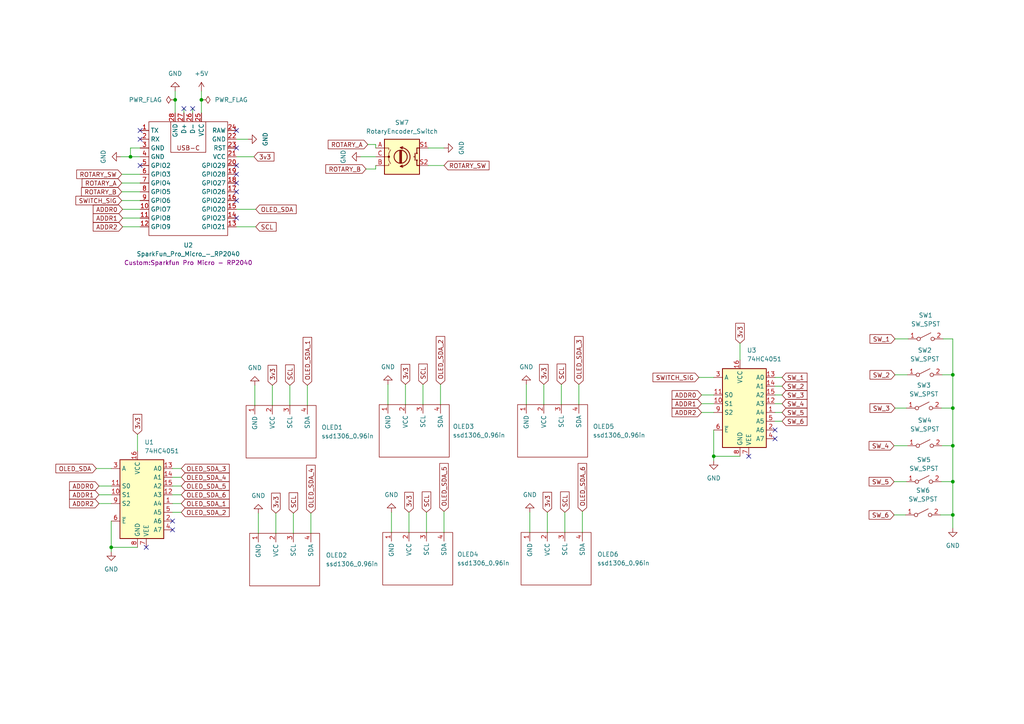
<source format=kicad_sch>
(kicad_sch (version 20211123) (generator eeschema)
  (paper "A4")
  (lib_symbols
    (symbol "74xx:74HC4051"
      (property "Reference" "U" (at -5.08 11.43 0))
      (property "Value" "74HC4051" (at -7.62 -13.97 0))
      (symbol "74HC4051_0_1"
        (rectangle (start -5.08 10.16) (end 7.62 -12.7) (stroke (width 0.254)) (fill (type background)))
      )
      (symbol "74HC4051_1_1"
        (pin passive line (at 10.16 -2.54 180) (length 2.54) (name "A4") (number "1"))
        (pin input line (at -7.62 0 0) (length 2.54) (name "S1") (number "10"))
        (pin input line (at -7.62 2.54 0) (length 2.54) (name "S0") (number "11"))
        (pin passive line (at 10.16 0 180) (length 2.54) (name "A3") (number "12"))
        (pin passive line (at 10.16 7.62 180) (length 2.54) (name "A0") (number "13"))
        (pin passive line (at 10.16 5.08 180) (length 2.54) (name "A1") (number "14"))
        (pin passive line (at 10.16 2.54 180) (length 2.54) (name "A2") (number "15"))
        (pin power_in line (at 0 12.7 270) (length 2.54) (name "VCC") (number "16"))
        (pin passive line (at 10.16 -7.62 180) (length 2.54) (name "A6") (number "2"))
        (pin passive line (at -7.62 7.62 0) (length 2.54) (name "A") (number "3"))
        (pin passive line (at 10.16 -10.16 180) (length 2.54) (name "A7") (number "4"))
        (pin passive line (at 10.16 -5.08 180) (length 2.54) (name "A5") (number "5"))
        (pin input line (at -7.62 -7.62 0) (length 2.54) (name "~{E}") (number "6"))
        (pin power_in line (at 2.54 -15.24 90) (length 2.54) (name "VEE") (number "7"))
        (pin power_in line (at 0 -15.24 90) (length 2.54) (name "GND") (number "8"))
        (pin input line (at -7.62 -2.54 0) (length 2.54) (name "S2") (number "9"))
      )
    )
    (symbol "Custom Library:SparkFun_Pro_Micro_-_RP2040"
      (property "Reference" "U" (at 0 26.67 0))
      (property "Value" "SparkFun_Pro_Micro_-_RP2040" (at 0 29.21 0))
      (property "Footprint" "Custom:Sparkfun Pro Micro - RP2040" (at 0 26.67 0))
      (symbol "SparkFun_Pro_Micro_-_RP2040_0_0"
        (text "USB-C" (at 0 8.89 0) (effects (font (size 1.27 1.27))))
      )
      (symbol "SparkFun_Pro_Micro_-_RP2040_0_1"
        (rectangle (start -11.43 16.51) (end 11.43 -16.51))
        (rectangle (start -5.08 16.51) (end 5.08 7.62))
      )
      (symbol "SparkFun_Pro_Micro_-_RP2040_1_1"
        (pin bidirectional line (at -13.97 13.97 0) (length 2.54) (name "TX") (number "1"))
        (pin bidirectional line (at -13.97 -8.89 0) (length 2.54) (name "GPIO7") (number "10"))
        (pin bidirectional line (at -13.97 -11.43 0) (length 2.54) (name "GPIO8") (number "11"))
        (pin bidirectional line (at -13.97 -13.97 0) (length 2.54) (name "GPIO9") (number "12"))
        (pin bidirectional line (at 13.97 -13.97 180) (length 2.54) (name "GPIO21") (number "13"))
        (pin bidirectional line (at 13.97 -11.43 180) (length 2.54) (name "GPIO23") (number "14"))
        (pin bidirectional line (at 13.97 -8.89 180) (length 2.54) (name "GPIO20") (number "15"))
        (pin bidirectional line (at 13.97 -6.35 180) (length 2.54) (name "GPIO22") (number "16"))
        (pin bidirectional line (at 13.97 -3.81 180) (length 2.54) (name "GPIO26") (number "17"))
        (pin bidirectional line (at 13.97 -1.27 180) (length 2.54) (name "GPIO27") (number "18"))
        (pin bidirectional line (at 13.97 1.27 180) (length 2.54) (name "GPIO28") (number "19"))
        (pin bidirectional line (at -13.97 11.43 0) (length 2.54) (name "RX") (number "2"))
        (pin bidirectional line (at 13.97 3.81 180) (length 2.54) (name "GPIO29") (number "20"))
        (pin power_out line (at 13.97 6.35 180) (length 2.54) (name "VCC") (number "21"))
        (pin power_in line (at 13.97 11.43 180) (length 2.54) (name "GND") (number "22"))
        (pin input line (at 13.97 8.89 180) (length 2.54) (name "RST") (number "23"))
        (pin power_out line (at 13.97 13.97 180) (length 2.54) (name "RAW") (number "24"))
        (pin power_in line (at 3.81 19.05 270) (length 2.54) (name "VCC") (number "25"))
        (pin input line (at 1.27 19.05 270) (length 2.54) (name "D-") (number "26"))
        (pin input line (at -1.27 19.05 270) (length 2.54) (name "D+") (number "27"))
        (pin power_in line (at -3.81 19.05 270) (length 2.54) (name "GND") (number "28"))
        (pin power_in line (at -13.97 8.89 0) (length 2.54) (name "GND") (number "3"))
        (pin power_in line (at -13.97 6.35 0) (length 2.54) (name "GND") (number "4"))
        (pin bidirectional line (at -13.97 3.81 0) (length 2.54) (name "GPIO2") (number "5"))
        (pin bidirectional line (at -13.97 1.27 0) (length 2.54) (name "GPIO3") (number "6"))
        (pin bidirectional line (at -13.97 -1.27 0) (length 2.54) (name "GPIO4") (number "7"))
        (pin bidirectional line (at -13.97 -3.81 0) (length 2.54) (name "GPIO5") (number "8"))
        (pin bidirectional line (at -13.97 -6.35 0) (length 2.54) (name "GPIO6") (number "9"))
      )
    )
    (symbol "Custom Library:ssd1306_0.96in"
      (property "Reference" "U" (at 10.16 -10.16 0))
      (property "Value" "ssd1306_0.96in" (at 10.16 -13.97 0))
      (symbol "ssd1306_0.96in_0_1"
        (rectangle (start 0 0) (end 20.32 -15.24))
      )
      (symbol "ssd1306_0.96in_1_1"
        (pin input line (at 2.54 0 270) (length 2.54) (name "GND") (number "1"))
        (pin input line (at 7.62 0 270) (length 2.54) (name "VCC") (number "2"))
        (pin input line (at 12.7 0 270) (length 2.54) (name "SCL") (number "3"))
        (pin input line (at 17.78 0 270) (length 2.54) (name "SDA") (number "4"))
      )
    )
    (symbol "Device:RotaryEncoder_Switch" (pin_names (offset 0.254) hide)
      (property "Reference" "SW" (at 0 6.604 0))
      (property "Value" "RotaryEncoder_Switch" (at 0 -6.604 0))
      (symbol "RotaryEncoder_Switch_0_1"
        (rectangle (start -5.08 5.08) (end 5.08 -5.08) (stroke (width 0.254)) (fill (type background)))
        (circle (center -3.81 0) (radius 0.254) (fill (type outline)))
        (arc (start -0.381 -2.794) (mid 2.3622 -0.0508) (end -0.381 2.667) (stroke (width 0.254)))
        (circle (center -0.381 0) (radius 1.905) (stroke (width 0.254)))
        (polyline (pts (xy -0.635 -1.778) (xy -0.635 1.778)) (stroke (width 0.254)))
        (polyline (pts (xy -0.381 -1.778) (xy -0.381 1.778)) (stroke (width 0.254)))
        (polyline (pts (xy -0.127 1.778) (xy -0.127 -1.778)) (stroke (width 0.254)))
        (polyline (pts (xy 3.81 0) (xy 3.429 0)) (stroke (width 0.254)))
        (polyline (pts (xy 3.81 1.016) (xy 3.81 -1.016)) (stroke (width 0.254)))
        (polyline (pts (xy -5.08 -2.54) (xy -3.81 -2.54) (xy -3.81 -2.032)))
        (polyline (pts (xy -5.08 2.54) (xy -3.81 2.54) (xy -3.81 2.032)))
        (polyline (pts (xy 0.254 -3.048) (xy -0.508 -2.794) (xy 0.127 -2.413)) (stroke (width 0.254)))
        (polyline (pts (xy 0.254 2.921) (xy -0.508 2.667) (xy 0.127 2.286)) (stroke (width 0.254)))
        (polyline (pts (xy 5.08 -2.54) (xy 4.318 -2.54) (xy 4.318 -1.016)) (stroke (width 0.254)))
        (polyline (pts (xy 5.08 2.54) (xy 4.318 2.54) (xy 4.318 1.016)) (stroke (width 0.254)))
        (polyline (pts (xy -5.08 0) (xy -3.81 0) (xy -3.81 -1.016) (xy -3.302 -2.032)))
        (polyline (pts (xy -4.318 0) (xy -3.81 0) (xy -3.81 1.016) (xy -3.302 2.032)))
        (circle (center 4.318 -1.016) (radius 0.127) (stroke (width 0.254)))
        (circle (center 4.318 1.016) (radius 0.127) (stroke (width 0.254)))
      )
      (symbol "RotaryEncoder_Switch_1_1"
        (pin passive line (at -7.62 2.54 0) (length 2.54) (name "A") (number "A"))
        (pin passive line (at -7.62 -2.54 0) (length 2.54) (name "B") (number "B"))
        (pin passive line (at -7.62 0 0) (length 2.54) (name "C") (number "C"))
        (pin passive line (at 7.62 2.54 180) (length 2.54) (name "S1") (number "S1"))
        (pin passive line (at 7.62 -2.54 180) (length 2.54) (name "S2") (number "S2"))
      )
    )
    (symbol "Switch:SW_SPST" (pin_names (offset 0) hide)
      (property "Reference" "SW" (at 0 3.175 0))
      (property "Value" "SW_SPST" (at 0 -2.54 0))
      (symbol "SW_SPST_0_0"
        (circle (center -2.032 0) (radius 0.508))
        (polyline (pts (xy -1.524 0.254) (xy 1.524 1.778)))
        (circle (center 2.032 0) (radius 0.508))
      )
      (symbol "SW_SPST_1_1"
        (pin passive line (at -5.08 0 0) (length 2.54) (name "A") (number "1"))
        (pin passive line (at 5.08 0 180) (length 2.54) (name "B") (number "2"))
      )
    )
    (symbol "power:+5V" (power) (pin_names (offset 0))
      (property "Value" "+5V" (at 0 3.556 0))
      (symbol "+5V_0_1"
        (polyline (pts (xy -0.762 1.27) (xy 0 2.54)))
        (polyline (pts (xy 0 0) (xy 0 2.54)))
        (polyline (pts (xy 0 2.54) (xy 0.762 1.27)))
      )
      (symbol "+5V_1_1"
        (pin power_in line (at 0 0 90) (length 0) hide (name "+5V") (number "1"))
      )
    )
    (symbol "power:GND" (power) (pin_names (offset 0))
      (property "Value" "GND" (at 0 -3.81 0))
      (symbol "GND_0_1"
        (polyline (pts (xy 0 0) (xy 0 -1.27) (xy 1.27 -1.27) (xy 0 -2.54) (xy -1.27 -1.27) (xy 0 -1.27)))
      )
      (symbol "GND_1_1"
        (pin power_in line (at 0 0 270) (length 0) hide (name "GND") (number "1"))
      )
    )
    (symbol "power:PWR_FLAG" (power) (pin_numbers hide) (pin_names (offset 0) hide)
      (property "Value" "PWR_FLAG" (at 0 3.81 0))
      (symbol "PWR_FLAG_0_0"
        (pin power_out line (at 0 0 90) (length 0) (name "pwr") (number "1"))
      )
      (symbol "PWR_FLAG_0_1"
        (polyline (pts (xy 0 0) (xy 0 1.27) (xy -1.016 1.905) (xy 0 2.54) (xy 1.016 1.905) (xy 0 1.27)))
      )
    )
  )
  (junction (at 207.01 132.334))
  (junction (at 276.352 108.712))
  (junction (at 58.42 28.956))
  (junction (at 276.352 139.7))
  (junction (at 276.352 129.286))
  (junction (at 50.8 28.956))
  (junction (at 32.258 158.75))
  (junction (at 37.846 45.466))
  (junction (at 276.352 118.364))
  (junction (at 276.352 149.352))
  (no_connect (at 68.58 58.166))
  (no_connect (at 217.17 132.334))
  (no_connect (at 55.88 31.496))
  (no_connect (at 40.64 40.386))
  (no_connect (at 50.038 151.13))
  (no_connect (at 40.64 48.006))
  (no_connect (at 50.038 153.67))
  (no_connect (at 53.34 31.496))
  (no_connect (at 224.79 124.714))
  (no_connect (at 68.58 55.626))
  (no_connect (at 68.58 42.926))
  (no_connect (at 68.58 37.846))
  (no_connect (at 224.79 127.254))
  (no_connect (at 68.58 53.086))
  (no_connect (at 40.64 37.846))
  (no_connect (at 42.418 158.75))
  (no_connect (at 68.58 63.246))
  (no_connect (at 68.58 50.546))
  (no_connect (at 68.58 48.006))
  (wire (pts (xy 224.79 122.174) (xy 226.822 122.174)))
  (wire (pts (xy 259.588 98.298) (xy 263.398 98.298)))
  (wire (pts (xy 273.05 139.7) (xy 276.352 139.7)))
  (wire (pts (xy 108.966 42.926) (xy 108.966 41.91)))
  (wire (pts (xy 35.306 55.626) (xy 40.64 55.626)))
  (wire (pts (xy 28.702 143.51) (xy 32.258 143.51)))
  (wire (pts (xy 68.58 40.386) (xy 71.882 40.386)))
  (wire (pts (xy 84.074 111.76) (xy 84.074 117.602)))
  (wire (pts (xy 50.038 148.59) (xy 52.578 148.59)))
  (wire (pts (xy 207.01 124.714) (xy 207.01 132.334)))
  (wire (pts (xy 273.304 129.286) (xy 276.352 129.286)))
  (wire (pts (xy 80.01 148.844) (xy 80.01 154.686)))
  (wire (pts (xy 203.454 114.554) (xy 207.01 114.554)))
  (wire (pts (xy 224.79 114.554) (xy 226.822 114.554)))
  (wire (pts (xy 259.334 139.7) (xy 262.89 139.7)))
  (wire (pts (xy 224.79 117.094) (xy 226.822 117.094)))
  (wire (pts (xy 273.558 98.298) (xy 276.352 98.298)))
  (wire (pts (xy 50.038 135.89) (xy 52.578 135.89)))
  (wire (pts (xy 74.93 148.844) (xy 74.93 154.686)))
  (wire (pts (xy 55.88 31.496) (xy 55.88 32.766)))
  (wire (pts (xy 272.796 149.352) (xy 276.352 149.352)))
  (wire (pts (xy 276.352 149.352) (xy 276.352 153.162)))
  (wire (pts (xy 259.334 129.286) (xy 263.144 129.286)))
  (wire (pts (xy 68.58 60.706) (xy 74.168 60.706)))
  (wire (pts (xy 35.56 63.246) (xy 40.64 63.246)))
  (wire (pts (xy 50.8 28.956) (xy 50.8 32.766)))
  (wire (pts (xy 50.038 140.97) (xy 52.578 140.97)))
  (wire (pts (xy 27.94 135.89) (xy 32.258 135.89)))
  (wire (pts (xy 37.846 45.466) (xy 40.64 45.466)))
  (wire (pts (xy 157.734 111.506) (xy 157.734 117.348)))
  (wire (pts (xy 117.602 111.506) (xy 117.602 117.348)))
  (wire (pts (xy 112.522 111.506) (xy 112.522 117.348)))
  (wire (pts (xy 276.352 129.286) (xy 276.352 139.7)))
  (wire (pts (xy 35.306 53.086) (xy 40.64 53.086)))
  (wire (pts (xy 32.258 158.75) (xy 32.258 160.02)))
  (wire (pts (xy 35.052 45.466) (xy 37.846 45.466)))
  (wire (pts (xy 50.038 138.43) (xy 52.578 138.43)))
  (wire (pts (xy 90.17 148.844) (xy 90.17 154.686)))
  (wire (pts (xy 118.618 148.59) (xy 118.618 154.432)))
  (wire (pts (xy 85.09 148.844) (xy 85.09 154.686)))
  (wire (pts (xy 162.814 111.506) (xy 162.814 117.348)))
  (wire (pts (xy 276.352 108.712) (xy 276.352 118.364)))
  (wire (pts (xy 68.58 65.786) (xy 74.168 65.786)))
  (wire (pts (xy 167.894 111.506) (xy 167.894 117.348)))
  (wire (pts (xy 153.67 148.59) (xy 153.67 154.432)))
  (wire (pts (xy 124.206 42.926) (xy 128.778 42.926)))
  (wire (pts (xy 224.79 112.014) (xy 226.822 112.014)))
  (wire (pts (xy 152.654 111.506) (xy 152.654 117.348)))
  (wire (pts (xy 39.878 158.75) (xy 32.258 158.75)))
  (wire (pts (xy 106.172 49.022) (xy 108.966 49.022)))
  (wire (pts (xy 35.306 58.166) (xy 40.64 58.166)))
  (wire (pts (xy 163.83 148.59) (xy 163.83 154.432)))
  (wire (pts (xy 37.846 42.926) (xy 37.846 45.466)))
  (wire (pts (xy 202.692 109.474) (xy 207.01 109.474)))
  (wire (pts (xy 68.58 45.466) (xy 73.66 45.466)))
  (wire (pts (xy 35.306 50.546) (xy 40.64 50.546)))
  (wire (pts (xy 124.206 48.006) (xy 128.778 48.006)))
  (wire (pts (xy 35.56 65.786) (xy 40.64 65.786)))
  (wire (pts (xy 203.454 119.634) (xy 207.01 119.634)))
  (wire (pts (xy 32.258 151.13) (xy 32.258 158.75)))
  (wire (pts (xy 168.91 148.336) (xy 168.91 154.432)))
  (wire (pts (xy 108.966 41.91) (xy 106.68 41.91)))
  (wire (pts (xy 28.702 140.97) (xy 32.258 140.97)))
  (wire (pts (xy 127.762 111.506) (xy 127.762 117.348)))
  (wire (pts (xy 259.588 108.712) (xy 263.144 108.712)))
  (wire (pts (xy 50.038 143.51) (xy 52.578 143.51)))
  (wire (pts (xy 53.34 31.496) (xy 53.34 32.766)))
  (wire (pts (xy 259.588 118.364) (xy 262.89 118.364)))
  (wire (pts (xy 58.42 26.416) (xy 58.42 28.956)))
  (wire (pts (xy 35.56 60.706) (xy 40.64 60.706)))
  (wire (pts (xy 73.914 111.76) (xy 73.914 117.602)))
  (wire (pts (xy 39.878 125.984) (xy 39.878 130.81)))
  (wire (pts (xy 276.352 118.364) (xy 276.352 129.286)))
  (wire (pts (xy 276.352 98.298) (xy 276.352 108.712)))
  (wire (pts (xy 224.79 119.634) (xy 226.822 119.634)))
  (wire (pts (xy 276.352 139.7) (xy 276.352 149.352)))
  (wire (pts (xy 28.702 146.05) (xy 32.258 146.05)))
  (wire (pts (xy 273.05 118.364) (xy 276.352 118.364)))
  (wire (pts (xy 259.334 149.352) (xy 262.636 149.352)))
  (wire (pts (xy 58.42 28.956) (xy 58.42 32.766)))
  (wire (pts (xy 78.994 111.76) (xy 78.994 117.602)))
  (wire (pts (xy 122.682 111.506) (xy 122.682 117.348)))
  (wire (pts (xy 108.966 49.022) (xy 108.966 48.006)))
  (wire (pts (xy 214.63 132.334) (xy 207.01 132.334)))
  (wire (pts (xy 273.304 108.712) (xy 276.352 108.712)))
  (wire (pts (xy 158.75 148.59) (xy 158.75 154.432)))
  (wire (pts (xy 113.538 148.59) (xy 113.538 154.432)))
  (wire (pts (xy 50.8 26.416) (xy 50.8 28.956)))
  (wire (pts (xy 104.648 45.466) (xy 108.966 45.466)))
  (wire (pts (xy 224.79 109.474) (xy 226.822 109.474)))
  (wire (pts (xy 128.778 148.336) (xy 128.778 154.432)))
  (wire (pts (xy 40.64 42.926) (xy 37.846 42.926)))
  (wire (pts (xy 203.454 117.094) (xy 207.01 117.094)))
  (wire (pts (xy 50.038 146.05) (xy 52.578 146.05)))
  (wire (pts (xy 214.63 99.568) (xy 214.63 104.394)))
  (wire (pts (xy 207.01 132.334) (xy 207.01 133.604)))
  (wire (pts (xy 89.154 111.76) (xy 89.154 117.602)))
  (wire (pts (xy 123.698 148.59) (xy 123.698 154.432)))
  (global_label "3v3" (shape input) (at 80.01 148.844 90) (property "Intersheet References" "${INTERSHEET_REFS}" (effects hide)))
  (global_label "SW_1" (shape input) (at 259.588 98.298 180) (property "Intersheet References" "${INTERSHEET_REFS}" (effects hide)))
  (global_label "3v3" (shape input) (at 157.734 111.506 90) (property "Intersheet References" "${INTERSHEET_REFS}" (effects hide)))
  (global_label "3v3" (shape input) (at 73.66 45.466 0) (property "Intersheet References" "${INTERSHEET_REFS}" (effects hide)))
  (global_label "3v3" (shape input) (at 214.63 99.568 90) (property "Intersheet References" "${INTERSHEET_REFS}" (effects hide)))
  (global_label "SW_5" (shape input) (at 226.822 119.634 0) (property "Intersheet References" "${INTERSHEET_REFS}" (effects hide)))
  (global_label "ADDR0" (shape input) (at 28.702 140.97 180) (property "Intersheet References" "${INTERSHEET_REFS}" (effects hide)))
  (global_label "OLED_SDA_6" (shape input) (at 52.578 143.51 0) (property "Intersheet References" "${INTERSHEET_REFS}" (effects hide)))
  (global_label "OLED_SDA_5" (shape input) (at 128.778 148.336 90) (property "Intersheet References" "${INTERSHEET_REFS}" (effects hide)))
  (global_label "SCL" (shape input) (at 74.168 65.786 0) (property "Intersheet References" "${INTERSHEET_REFS}" (effects hide)))
  (global_label "3v3" (shape input) (at 39.878 125.984 90) (property "Intersheet References" "${INTERSHEET_REFS}" (effects hide)))
  (global_label "SW_5" (shape input) (at 259.334 139.7 180) (property "Intersheet References" "${INTERSHEET_REFS}" (effects hide)))
  (global_label "SCL" (shape input) (at 122.682 111.506 90) (property "Intersheet References" "${INTERSHEET_REFS}" (effects hide)))
  (global_label "SCL" (shape input) (at 162.814 111.506 90) (property "Intersheet References" "${INTERSHEET_REFS}" (effects hide)))
  (global_label "OLED_SDA_4" (shape input) (at 52.578 138.43 0) (property "Intersheet References" "${INTERSHEET_REFS}" (effects hide)))
  (global_label "SCL" (shape input) (at 84.074 111.76 90) (property "Intersheet References" "${INTERSHEET_REFS}" (effects hide)))
  (global_label "SCL" (shape input) (at 85.09 148.844 90) (property "Intersheet References" "${INTERSHEET_REFS}" (effects hide)))
  (global_label "ROTARY_SW" (shape input) (at 35.306 50.546 180) (property "Intersheet References" "${INTERSHEET_REFS}" (effects hide)))
  (global_label "SW_3" (shape input) (at 226.822 114.554 0) (property "Intersheet References" "${INTERSHEET_REFS}" (effects hide)))
  (global_label "SW_4" (shape input) (at 226.822 117.094 0) (property "Intersheet References" "${INTERSHEET_REFS}" (effects hide)))
  (global_label "3v3" (shape input) (at 78.994 111.76 90) (property "Intersheet References" "${INTERSHEET_REFS}" (effects hide)))
  (global_label "SCL" (shape input) (at 163.83 148.59 90) (property "Intersheet References" "${INTERSHEET_REFS}" (effects hide)))
  (global_label "OLED_SDA_3" (shape input) (at 52.578 135.89 0) (property "Intersheet References" "${INTERSHEET_REFS}" (effects hide)))
  (global_label "ROTARY_A" (shape input) (at 35.306 53.086 180) (property "Intersheet References" "${INTERSHEET_REFS}" (effects hide)))
  (global_label "ADDR2" (shape input) (at 203.454 119.634 180) (property "Intersheet References" "${INTERSHEET_REFS}" (effects hide)))
  (global_label "SW_2" (shape input) (at 226.822 112.014 0) (property "Intersheet References" "${INTERSHEET_REFS}" (effects hide)))
  (global_label "OLED_SDA_3" (shape input) (at 167.894 111.506 90) (property "Intersheet References" "${INTERSHEET_REFS}" (effects hide)))
  (global_label "3v3" (shape input) (at 118.618 148.59 90) (property "Intersheet References" "${INTERSHEET_REFS}" (effects hide)))
  (global_label "ROTARY_SW" (shape input) (at 128.778 48.006 0) (property "Intersheet References" "${INTERSHEET_REFS}" (effects hide)))
  (global_label "ADDR0" (shape input) (at 35.56 60.706 180) (property "Intersheet References" "${INTERSHEET_REFS}" (effects hide)))
  (global_label "OLED_SDA" (shape input) (at 27.94 135.89 180) (property "Intersheet References" "${INTERSHEET_REFS}" (effects hide)))
  (global_label "SWITCH_SIG" (shape input) (at 35.306 58.166 180) (property "Intersheet References" "${INTERSHEET_REFS}" (effects hide)))
  (global_label "OLED_SDA_6" (shape input) (at 168.91 148.336 90) (property "Intersheet References" "${INTERSHEET_REFS}" (effects hide)))
  (global_label "ADDR0" (shape input) (at 203.454 114.554 180) (property "Intersheet References" "${INTERSHEET_REFS}" (effects hide)))
  (global_label "ROTARY_B" (shape input) (at 106.172 49.022 180) (property "Intersheet References" "${INTERSHEET_REFS}" (effects hide)))
  (global_label "ADDR1" (shape input) (at 203.454 117.094 180) (property "Intersheet References" "${INTERSHEET_REFS}" (effects hide)))
  (global_label "OLED_SDA_2" (shape input) (at 52.578 148.59 0) (property "Intersheet References" "${INTERSHEET_REFS}" (effects hide)))
  (global_label "ADDR2" (shape input) (at 28.702 146.05 180) (property "Intersheet References" "${INTERSHEET_REFS}" (effects hide)))
  (global_label "SW_1" (shape input) (at 226.822 109.474 0) (property "Intersheet References" "${INTERSHEET_REFS}" (effects hide)))
  (global_label "OLED_SDA_4" (shape input) (at 90.17 148.844 90) (property "Intersheet References" "${INTERSHEET_REFS}" (effects hide)))
  (global_label "SW_3" (shape input) (at 259.588 118.364 180) (property "Intersheet References" "${INTERSHEET_REFS}" (effects hide)))
  (global_label "OLED_SDA_1" (shape input) (at 52.578 146.05 0) (property "Intersheet References" "${INTERSHEET_REFS}" (effects hide)))
  (global_label "OLED_SDA_2" (shape input) (at 127.762 111.506 90) (property "Intersheet References" "${INTERSHEET_REFS}" (effects hide)))
  (global_label "ADDR1" (shape input) (at 35.56 63.246 180) (property "Intersheet References" "${INTERSHEET_REFS}" (effects hide)))
  (global_label "SW_4" (shape input) (at 259.334 129.286 180) (property "Intersheet References" "${INTERSHEET_REFS}" (effects hide)))
  (global_label "ADDR1" (shape input) (at 28.702 143.51 180) (property "Intersheet References" "${INTERSHEET_REFS}" (effects hide)))
  (global_label "SW_2" (shape input) (at 259.588 108.712 180) (property "Intersheet References" "${INTERSHEET_REFS}" (effects hide)))
  (global_label "SWITCH_SIG" (shape input) (at 202.692 109.474 180) (property "Intersheet References" "${INTERSHEET_REFS}" (effects hide)))
  (global_label "OLED_SDA_5" (shape input) (at 52.578 140.97 0) (property "Intersheet References" "${INTERSHEET_REFS}" (effects hide)))
  (global_label "3v3" (shape input) (at 158.75 148.59 90) (property "Intersheet References" "${INTERSHEET_REFS}" (effects hide)))
  (global_label "ROTARY_A" (shape input) (at 106.68 41.91 180) (property "Intersheet References" "${INTERSHEET_REFS}" (effects hide)))
  (global_label "3v3" (shape input) (at 117.602 111.506 90) (property "Intersheet References" "${INTERSHEET_REFS}" (effects hide)))
  (global_label "OLED_SDA_1" (shape input) (at 89.154 111.76 90) (property "Intersheet References" "${INTERSHEET_REFS}" (effects hide)))
  (global_label "ADDR2" (shape input) (at 35.56 65.786 180) (property "Intersheet References" "${INTERSHEET_REFS}" (effects hide)))
  (global_label "SW_6" (shape input) (at 259.334 149.352 180) (property "Intersheet References" "${INTERSHEET_REFS}" (effects hide)))
  (global_label "SCL" (shape input) (at 123.698 148.59 90) (property "Intersheet References" "${INTERSHEET_REFS}" (effects hide)))
  (global_label "OLED_SDA" (shape input) (at 74.168 60.706 0) (property "Intersheet References" "${INTERSHEET_REFS}" (effects hide)))
  (global_label "ROTARY_B" (shape input) (at 35.306 55.626 180) (property "Intersheet References" "${INTERSHEET_REFS}" (effects hide)))
  (global_label "SW_6" (shape input) (at 226.822 122.174 0) (property "Intersheet References" "${INTERSHEET_REFS}" (effects hide)))
  (symbol (lib_id "power:GND") (at 128.778 42.926 90) (unit 1)
    (property "Reference" "#PWR0115" (effects hide))
    (property "Value" "GND" (at 133.858 42.926 0))
  )
  (symbol (lib_id "power:GND") (at 276.352 153.162 0) (unit 1)
    (property "Reference" "#PWR0109" (effects hide))
    (property "Value" "GND" (at 276.352 158.242 0))
  )
  (symbol (lib_id "power:GND") (at 50.8 26.416 180) (unit 1)
    (property "Reference" "#PWR0111" (effects hide))
    (property "Value" "GND" (at 50.8 21.336 0))
  )
  (symbol (lib_id "Custom Library:SparkFun_Pro_Micro_-_RP2040") (at 54.61 51.816 0) (unit 1)
    (property "Reference" "U2" (at 54.61 71.12 0))
    (property "Value" "SparkFun_Pro_Micro_-_RP2040" (at 54.61 73.66 0))
    (property "Footprint" "Custom:Sparkfun Pro Micro - RP2040" (at 54.61 76.2 0))
  )
  (symbol (lib_id "power:PWR_FLAG") (at 50.8 28.956 90) (unit 1)
    (property "Reference" "#FLG0101" (effects hide))
    (property "Value" "PWR_FLAG" (at 46.99 28.9559 90) (effects (justify left)))
  )
  (symbol (lib_id "power:GND") (at 32.258 160.02 0) (unit 1)
    (property "Reference" "#PWR0101" (effects hide))
    (property "Value" "GND" (at 32.258 165.1 0))
  )
  (symbol (lib_id "power:GND") (at 74.93 148.844 180) (unit 1)
    (property "Reference" "#PWR0102" (effects hide))
    (property "Value" "GND" (at 74.93 143.764 0))
  )
  (symbol (lib_id "Switch:SW_SPST") (at 268.224 129.286 0) (unit 1)
    (property "Reference" "SW4" (at 268.224 121.92 0))
    (property "Value" "SW_SPST" (at 268.224 124.46 0))
    (property "Footprint" "Button_Switch_THT:SW_PUSH_6mm_H4.3mm" (effects hide))
  )
  (symbol (lib_id "power:GND") (at 35.052 45.466 270) (unit 1)
    (property "Reference" "#PWR0110" (effects hide))
    (property "Value" "GND" (at 29.972 45.466 0))
  )
  (symbol (lib_id "Custom Library:ssd1306_0.96in") (at 151.13 154.432 0) (unit 1)
    (property "Reference" "OLED6" (at 173.228 160.7819 0) (effects (justify left)))
    (property "Value" "ssd1306_0.96in" (at 173.228 163.3219 0) (effects (justify left)))
    (property "Footprint" "Custom:SSD1306_0.96in" (effects hide))
  )
  (symbol (lib_id "Switch:SW_SPST") (at 267.716 149.352 0) (unit 1)
    (property "Reference" "SW6" (at 267.716 142.24 0))
    (property "Value" "SW_SPST" (at 267.716 144.78 0))
    (property "Footprint" "Button_Switch_THT:SW_PUSH_6mm_H4.3mm" (effects hide))
  )
  (symbol (lib_id "power:+5V") (at 58.42 26.416 0) (unit 1)
    (property "Reference" "#PWR0112" (effects hide))
    (property "Value" "+5V" (at 58.42 21.336 0))
  )
  (symbol (lib_id "Switch:SW_SPST") (at 267.97 139.7 0) (unit 1)
    (property "Reference" "SW5" (at 267.97 133.35 0))
    (property "Value" "SW_SPST" (at 267.97 135.89 0))
    (property "Footprint" "Button_Switch_THT:SW_PUSH_6mm_H4.3mm" (effects hide))
  )
  (symbol (lib_id "power:GND") (at 207.01 133.604 0) (unit 1)
    (property "Reference" "#PWR0108" (effects hide))
    (property "Value" "GND" (at 207.01 138.684 0))
  )
  (symbol (lib_id "Switch:SW_SPST") (at 267.97 118.364 0) (unit 1)
    (property "Reference" "SW3" (at 267.97 111.76 0))
    (property "Value" "SW_SPST" (at 267.97 114.3 0))
    (property "Footprint" "Button_Switch_THT:SW_PUSH_6mm_H4.3mm" (effects hide))
  )
  (symbol (lib_id "Custom Library:ssd1306_0.96in") (at 150.114 117.348 0) (unit 1)
    (property "Reference" "OLED5" (at 171.958 123.6979 0) (effects (justify left)))
    (property "Value" "ssd1306_0.96in" (at 171.958 126.2379 0) (effects (justify left)))
    (property "Footprint" "Custom:SSD1306_0.96in" (effects hide))
  )
  (symbol (lib_id "power:GND") (at 152.654 111.506 180) (unit 1)
    (property "Reference" "#PWR0107" (effects hide))
    (property "Value" "GND" (at 152.654 106.426 0))
  )
  (symbol (lib_id "Custom Library:ssd1306_0.96in") (at 109.982 117.348 0) (unit 1)
    (property "Reference" "OLED3" (at 131.318 123.6979 0) (effects (justify left)))
    (property "Value" "ssd1306_0.96in" (at 131.318 126.2379 0) (effects (justify left)))
    (property "Footprint" "Custom:SSD1306_0.96in" (effects hide))
  )
  (symbol (lib_id "Switch:SW_SPST") (at 268.224 108.712 0) (unit 1)
    (property "Reference" "SW2" (at 268.224 101.6 0))
    (property "Value" "SW_SPST" (at 268.224 104.14 0))
    (property "Footprint" "Button_Switch_THT:SW_PUSH_6mm_H4.3mm" (effects hide))
  )
  (symbol (lib_id "74xx:74HC4051") (at 214.63 117.094 0) (unit 1)
    (property "Reference" "U3" (at 216.6494 101.6 0) (effects (justify left)))
    (property "Value" "74HC4051" (at 216.6494 104.14 0) (effects (justify left)))
    (property "Footprint" "Package_DIP:DIP-16_W7.62mm" (effects hide))
    (property "Datasheet" "http://www.ti.com/lit/ds/symlink/cd74hc4051.pdf" (effects hide))
  )
  (symbol (lib_id "74xx:74HC4051") (at 39.878 143.51 0) (unit 1)
    (property "Reference" "U1" (at 41.8974 128.27 0) (effects (justify left)))
    (property "Value" "74HC4051" (at 41.8974 130.81 0) (effects (justify left)))
    (property "Footprint" "Package_DIP:DIP-16_W7.62mm" (effects hide))
    (property "Datasheet" "http://www.ti.com/lit/ds/symlink/cd74hc4051.pdf" (effects hide))
  )
  (symbol (lib_id "power:GND") (at 112.522 111.506 180) (unit 1)
    (property "Reference" "#PWR0105" (effects hide))
    (property "Value" "GND" (at 112.522 106.426 0))
  )
  (symbol (lib_id "power:GND") (at 104.648 45.466 270) (unit 1)
    (property "Reference" "#PWR0114" (effects hide))
    (property "Value" "GND" (at 99.568 45.466 0))
  )
  (symbol (lib_id "Custom Library:ssd1306_0.96in") (at 71.374 117.602 0) (unit 1)
    (property "Reference" "OLED1" (at 93.218 123.9519 0) (effects (justify left)))
    (property "Value" "ssd1306_0.96in" (at 93.218 126.4919 0) (effects (justify left)))
    (property "Footprint" "Custom:SSD1306_0.96in" (effects hide))
  )
  (symbol (lib_id "Device:RotaryEncoder_Switch") (at 116.586 45.466 0) (unit 1)
    (property "Reference" "SW7" (at 116.586 35.56 0))
    (property "Value" "RotaryEncoder_Switch" (at 116.586 38.1 0))
    (property "Footprint" "Rotary_Encoder:RotaryEncoder_Alps_EC11E-Switch_Vertical_H20mm" (effects hide))
  )
  (symbol (lib_id "power:GND") (at 71.882 40.386 90) (unit 1)
    (property "Reference" "#PWR0113" (effects hide))
    (property "Value" "GND" (at 76.962 40.386 0))
  )
  (symbol (lib_id "Switch:SW_SPST") (at 268.478 98.298 0) (unit 1)
    (property "Reference" "SW1" (at 268.478 91.44 0))
    (property "Value" "SW_SPST" (at 268.478 93.98 0))
    (property "Footprint" "Button_Switch_THT:SW_PUSH_6mm_H4.3mm" (effects hide))
  )
  (symbol (lib_id "Custom Library:ssd1306_0.96in") (at 110.998 154.432 0) (unit 1)
    (property "Reference" "OLED4" (at 132.588 160.7819 0) (effects (justify left)))
    (property "Value" "ssd1306_0.96in" (at 132.588 163.3219 0) (effects (justify left)))
    (property "Footprint" "Custom:SSD1306_0.96in" (effects hide))
  )
  (symbol (lib_id "power:GND") (at 113.538 148.59 180) (unit 1)
    (property "Reference" "#PWR0103" (effects hide))
    (property "Value" "GND" (at 113.538 143.51 0))
  )
  (symbol (lib_id "power:GND") (at 153.67 148.59 180) (unit 1)
    (property "Reference" "#PWR0106" (effects hide))
    (property "Value" "GND" (at 153.67 143.51 0))
  )
  (symbol (lib_id "Custom Library:ssd1306_0.96in") (at 72.39 154.686 0) (unit 1)
    (property "Reference" "OLED2" (at 94.488 161.0359 0) (effects (justify left)))
    (property "Value" "ssd1306_0.96in" (at 94.488 163.5759 0) (effects (justify left)))
    (property "Footprint" "Custom:SSD1306_0.96in" (effects hide))
  )
  (symbol (lib_id "power:PWR_FLAG") (at 58.42 28.956 270) (unit 1)
    (property "Reference" "#FLG0102" (effects hide))
    (property "Value" "PWR_FLAG" (at 62.23 28.9559 90) (effects (justify left)))
  )
  (symbol (lib_id "power:GND") (at 73.914 111.76 180) (unit 1)
    (property "Reference" "#PWR0104" (effects hide))
    (property "Value" "GND" (at 73.914 106.68 0))
  )
)
</source>
